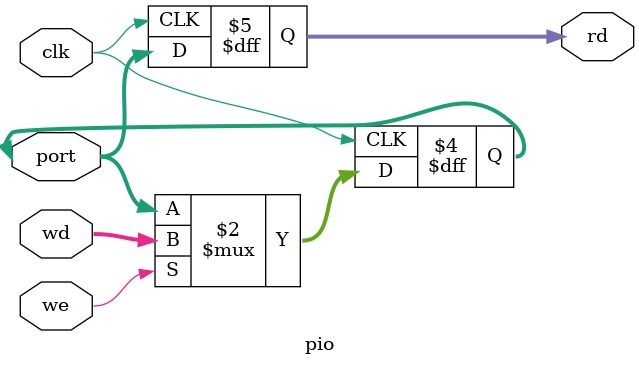
<source format=sv>
module pio #(parameter WIDTH=32)
(
    input clk,
    input we,
    inout [WIDTH-1:0] port,
    input [(WIDTH-1):0] wd,
    output reg [(WIDTH-1):0] rd
);

  always @(posedge clk) begin
    rd <= port;
    if (we) port <= wd;
  end

endmodule
</source>
